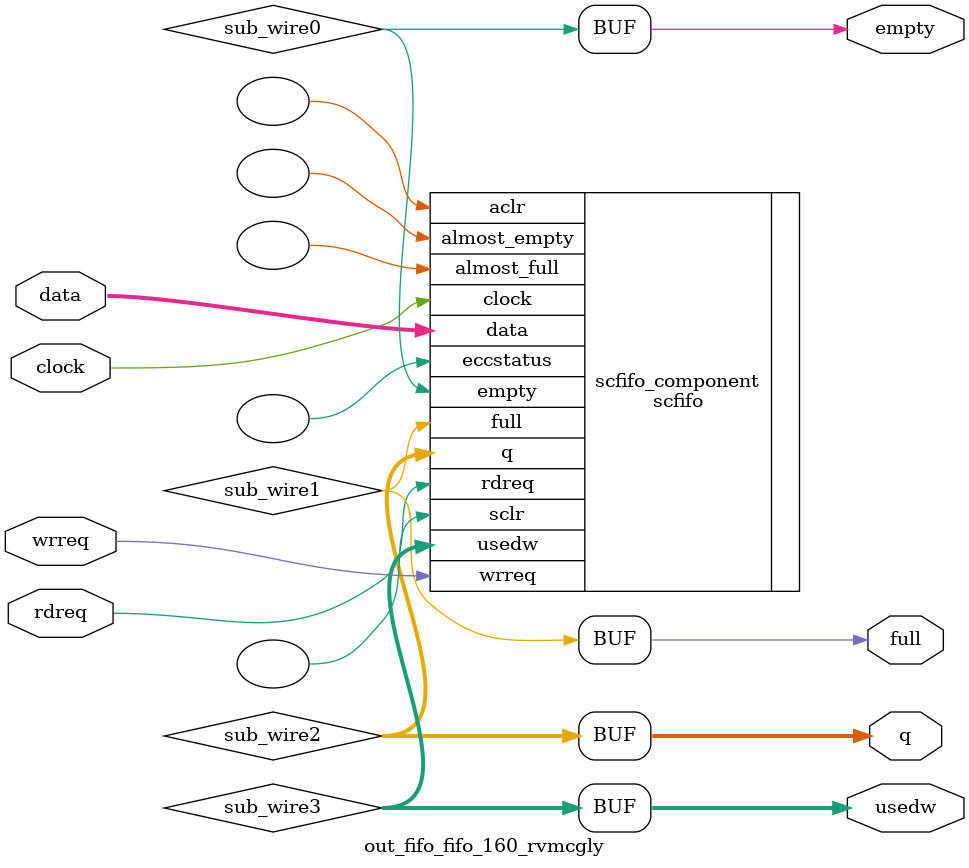
<source format=v>



`timescale 1 ps / 1 ps
// synopsys translate_on
module  out_fifo_fifo_160_rvmcgly  (
    clock,
    data,
    rdreq,
    wrreq,
    empty,
    full,
    q,
    usedw);

    input    clock;
    input  [7:0]  data;
    input    rdreq;
    input    wrreq;
    output   empty;
    output   full;
    output [7:0]  q;
    output [11:0]  usedw;

    wire  sub_wire0;
    wire  sub_wire1;
    wire [7:0] sub_wire2;
    wire [11:0] sub_wire3;
    wire  empty = sub_wire0;
    wire  full = sub_wire1;
    wire [7:0] q = sub_wire2[7:0];
    wire [11:0] usedw = sub_wire3[11:0];

    scfifo  scfifo_component (
                .clock (clock),
                .data (data),
                .rdreq (rdreq),
                .wrreq (wrreq),
                .empty (sub_wire0),
                .full (sub_wire1),
                .q (sub_wire2),
                .usedw (sub_wire3),
                .aclr (),
                .almost_empty (),
                .almost_full (),
                .eccstatus (),
                .sclr ());
    defparam
        scfifo_component.add_ram_output_register  = "ON",
        scfifo_component.enable_ecc  = "FALSE",
        scfifo_component.intended_device_family  = "Arria 10",
        scfifo_component.lpm_hint  = "RAM_BLOCK_TYPE=M20K",
        scfifo_component.lpm_numwords  = 4096,
        scfifo_component.lpm_showahead  = "OFF",
        scfifo_component.lpm_type  = "scfifo",
        scfifo_component.lpm_width  = 8,
        scfifo_component.lpm_widthu  = 12,
        scfifo_component.overflow_checking  = "ON",
        scfifo_component.underflow_checking  = "ON",
        scfifo_component.use_eab  = "ON";


endmodule



</source>
